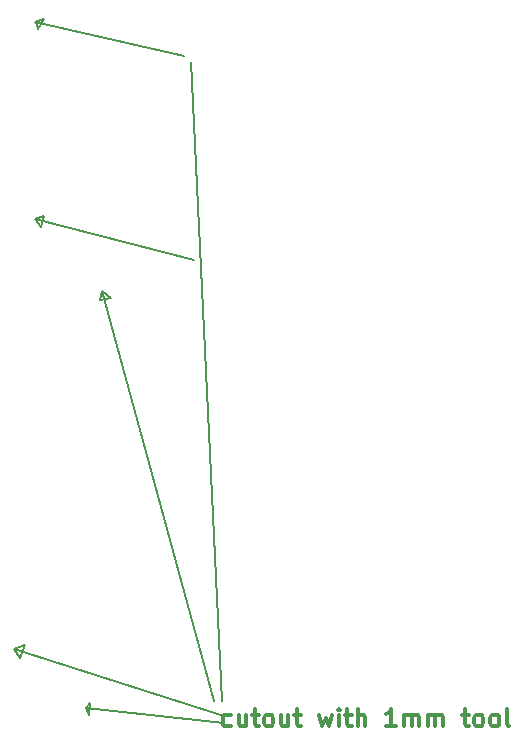
<source format=gbr>
%TF.GenerationSoftware,KiCad,Pcbnew,8.0.3*%
%TF.CreationDate,2024-07-16T15:40:11-03:00*%
%TF.ProjectId,IPS2,49505332-2e6b-4696-9361-645f70636258,rev?*%
%TF.SameCoordinates,Original*%
%TF.FileFunction,Other,Comment*%
%FSLAX46Y46*%
G04 Gerber Fmt 4.6, Leading zero omitted, Abs format (unit mm)*
G04 Created by KiCad (PCBNEW 8.0.3) date 2024-07-16 15:40:11*
%MOMM*%
%LPD*%
G01*
G04 APERTURE LIST*
%ADD10C,0.200000*%
%ADD11C,0.300000*%
G04 APERTURE END LIST*
D10*
X19400000Y-93000000D02*
X19800000Y-92600000D01*
X15100000Y-34900000D02*
X15900000Y-34700000D01*
X31100000Y-93700000D02*
X13300000Y-88000000D01*
X13300000Y-88000000D02*
X14300000Y-87700000D01*
X13800000Y-88800000D02*
X13300000Y-88000000D01*
X27700000Y-37800000D02*
X15100000Y-34900000D01*
X15900000Y-34700000D02*
X15400000Y-35500000D01*
X21500000Y-58300000D02*
X20600000Y-58500000D01*
X19400000Y-93000000D02*
X31100000Y-94300000D01*
X20600000Y-58500000D02*
X20800000Y-57700000D01*
X30300000Y-92400000D02*
X20800000Y-57700000D01*
X19700000Y-93600000D02*
X19400000Y-93000000D01*
X30900000Y-92400000D02*
X28320000Y-38340000D01*
X19800000Y-92600000D02*
X19700000Y-93600000D01*
X15900000Y-51400000D02*
X15600000Y-52300000D01*
X28600000Y-55100000D02*
X15100000Y-51600000D01*
X20800000Y-57700000D02*
X21500000Y-58300000D01*
X14300000Y-87700000D02*
X13800000Y-88800000D01*
X15600000Y-52300000D02*
X15100000Y-51600000D01*
X15400000Y-35500000D02*
X15200000Y-34900000D01*
X15100000Y-51600000D02*
X15900000Y-51400000D01*
D11*
X31707143Y-94506900D02*
X31564285Y-94578328D01*
X31564285Y-94578328D02*
X31278571Y-94578328D01*
X31278571Y-94578328D02*
X31135714Y-94506900D01*
X31135714Y-94506900D02*
X31064285Y-94435471D01*
X31064285Y-94435471D02*
X30992857Y-94292614D01*
X30992857Y-94292614D02*
X30992857Y-93864042D01*
X30992857Y-93864042D02*
X31064285Y-93721185D01*
X31064285Y-93721185D02*
X31135714Y-93649757D01*
X31135714Y-93649757D02*
X31278571Y-93578328D01*
X31278571Y-93578328D02*
X31564285Y-93578328D01*
X31564285Y-93578328D02*
X31707143Y-93649757D01*
X32992857Y-93578328D02*
X32992857Y-94578328D01*
X32349999Y-93578328D02*
X32349999Y-94364042D01*
X32349999Y-94364042D02*
X32421428Y-94506900D01*
X32421428Y-94506900D02*
X32564285Y-94578328D01*
X32564285Y-94578328D02*
X32778571Y-94578328D01*
X32778571Y-94578328D02*
X32921428Y-94506900D01*
X32921428Y-94506900D02*
X32992857Y-94435471D01*
X33492857Y-93578328D02*
X34064285Y-93578328D01*
X33707142Y-93078328D02*
X33707142Y-94364042D01*
X33707142Y-94364042D02*
X33778571Y-94506900D01*
X33778571Y-94506900D02*
X33921428Y-94578328D01*
X33921428Y-94578328D02*
X34064285Y-94578328D01*
X34778571Y-94578328D02*
X34635714Y-94506900D01*
X34635714Y-94506900D02*
X34564285Y-94435471D01*
X34564285Y-94435471D02*
X34492857Y-94292614D01*
X34492857Y-94292614D02*
X34492857Y-93864042D01*
X34492857Y-93864042D02*
X34564285Y-93721185D01*
X34564285Y-93721185D02*
X34635714Y-93649757D01*
X34635714Y-93649757D02*
X34778571Y-93578328D01*
X34778571Y-93578328D02*
X34992857Y-93578328D01*
X34992857Y-93578328D02*
X35135714Y-93649757D01*
X35135714Y-93649757D02*
X35207143Y-93721185D01*
X35207143Y-93721185D02*
X35278571Y-93864042D01*
X35278571Y-93864042D02*
X35278571Y-94292614D01*
X35278571Y-94292614D02*
X35207143Y-94435471D01*
X35207143Y-94435471D02*
X35135714Y-94506900D01*
X35135714Y-94506900D02*
X34992857Y-94578328D01*
X34992857Y-94578328D02*
X34778571Y-94578328D01*
X36564286Y-93578328D02*
X36564286Y-94578328D01*
X35921428Y-93578328D02*
X35921428Y-94364042D01*
X35921428Y-94364042D02*
X35992857Y-94506900D01*
X35992857Y-94506900D02*
X36135714Y-94578328D01*
X36135714Y-94578328D02*
X36350000Y-94578328D01*
X36350000Y-94578328D02*
X36492857Y-94506900D01*
X36492857Y-94506900D02*
X36564286Y-94435471D01*
X37064286Y-93578328D02*
X37635714Y-93578328D01*
X37278571Y-93078328D02*
X37278571Y-94364042D01*
X37278571Y-94364042D02*
X37350000Y-94506900D01*
X37350000Y-94506900D02*
X37492857Y-94578328D01*
X37492857Y-94578328D02*
X37635714Y-94578328D01*
X39135714Y-93578328D02*
X39421429Y-94578328D01*
X39421429Y-94578328D02*
X39707143Y-93864042D01*
X39707143Y-93864042D02*
X39992857Y-94578328D01*
X39992857Y-94578328D02*
X40278571Y-93578328D01*
X40850000Y-94578328D02*
X40850000Y-93578328D01*
X40850000Y-93078328D02*
X40778572Y-93149757D01*
X40778572Y-93149757D02*
X40850000Y-93221185D01*
X40850000Y-93221185D02*
X40921429Y-93149757D01*
X40921429Y-93149757D02*
X40850000Y-93078328D01*
X40850000Y-93078328D02*
X40850000Y-93221185D01*
X41350001Y-93578328D02*
X41921429Y-93578328D01*
X41564286Y-93078328D02*
X41564286Y-94364042D01*
X41564286Y-94364042D02*
X41635715Y-94506900D01*
X41635715Y-94506900D02*
X41778572Y-94578328D01*
X41778572Y-94578328D02*
X41921429Y-94578328D01*
X42421429Y-94578328D02*
X42421429Y-93078328D01*
X43064287Y-94578328D02*
X43064287Y-93792614D01*
X43064287Y-93792614D02*
X42992858Y-93649757D01*
X42992858Y-93649757D02*
X42850001Y-93578328D01*
X42850001Y-93578328D02*
X42635715Y-93578328D01*
X42635715Y-93578328D02*
X42492858Y-93649757D01*
X42492858Y-93649757D02*
X42421429Y-93721185D01*
X45707144Y-94578328D02*
X44850001Y-94578328D01*
X45278572Y-94578328D02*
X45278572Y-93078328D01*
X45278572Y-93078328D02*
X45135715Y-93292614D01*
X45135715Y-93292614D02*
X44992858Y-93435471D01*
X44992858Y-93435471D02*
X44850001Y-93506900D01*
X46350000Y-94578328D02*
X46350000Y-93578328D01*
X46350000Y-93721185D02*
X46421429Y-93649757D01*
X46421429Y-93649757D02*
X46564286Y-93578328D01*
X46564286Y-93578328D02*
X46778572Y-93578328D01*
X46778572Y-93578328D02*
X46921429Y-93649757D01*
X46921429Y-93649757D02*
X46992858Y-93792614D01*
X46992858Y-93792614D02*
X46992858Y-94578328D01*
X46992858Y-93792614D02*
X47064286Y-93649757D01*
X47064286Y-93649757D02*
X47207143Y-93578328D01*
X47207143Y-93578328D02*
X47421429Y-93578328D01*
X47421429Y-93578328D02*
X47564286Y-93649757D01*
X47564286Y-93649757D02*
X47635715Y-93792614D01*
X47635715Y-93792614D02*
X47635715Y-94578328D01*
X48350000Y-94578328D02*
X48350000Y-93578328D01*
X48350000Y-93721185D02*
X48421429Y-93649757D01*
X48421429Y-93649757D02*
X48564286Y-93578328D01*
X48564286Y-93578328D02*
X48778572Y-93578328D01*
X48778572Y-93578328D02*
X48921429Y-93649757D01*
X48921429Y-93649757D02*
X48992858Y-93792614D01*
X48992858Y-93792614D02*
X48992858Y-94578328D01*
X48992858Y-93792614D02*
X49064286Y-93649757D01*
X49064286Y-93649757D02*
X49207143Y-93578328D01*
X49207143Y-93578328D02*
X49421429Y-93578328D01*
X49421429Y-93578328D02*
X49564286Y-93649757D01*
X49564286Y-93649757D02*
X49635715Y-93792614D01*
X49635715Y-93792614D02*
X49635715Y-94578328D01*
X51278572Y-93578328D02*
X51850000Y-93578328D01*
X51492857Y-93078328D02*
X51492857Y-94364042D01*
X51492857Y-94364042D02*
X51564286Y-94506900D01*
X51564286Y-94506900D02*
X51707143Y-94578328D01*
X51707143Y-94578328D02*
X51850000Y-94578328D01*
X52564286Y-94578328D02*
X52421429Y-94506900D01*
X52421429Y-94506900D02*
X52350000Y-94435471D01*
X52350000Y-94435471D02*
X52278572Y-94292614D01*
X52278572Y-94292614D02*
X52278572Y-93864042D01*
X52278572Y-93864042D02*
X52350000Y-93721185D01*
X52350000Y-93721185D02*
X52421429Y-93649757D01*
X52421429Y-93649757D02*
X52564286Y-93578328D01*
X52564286Y-93578328D02*
X52778572Y-93578328D01*
X52778572Y-93578328D02*
X52921429Y-93649757D01*
X52921429Y-93649757D02*
X52992858Y-93721185D01*
X52992858Y-93721185D02*
X53064286Y-93864042D01*
X53064286Y-93864042D02*
X53064286Y-94292614D01*
X53064286Y-94292614D02*
X52992858Y-94435471D01*
X52992858Y-94435471D02*
X52921429Y-94506900D01*
X52921429Y-94506900D02*
X52778572Y-94578328D01*
X52778572Y-94578328D02*
X52564286Y-94578328D01*
X53921429Y-94578328D02*
X53778572Y-94506900D01*
X53778572Y-94506900D02*
X53707143Y-94435471D01*
X53707143Y-94435471D02*
X53635715Y-94292614D01*
X53635715Y-94292614D02*
X53635715Y-93864042D01*
X53635715Y-93864042D02*
X53707143Y-93721185D01*
X53707143Y-93721185D02*
X53778572Y-93649757D01*
X53778572Y-93649757D02*
X53921429Y-93578328D01*
X53921429Y-93578328D02*
X54135715Y-93578328D01*
X54135715Y-93578328D02*
X54278572Y-93649757D01*
X54278572Y-93649757D02*
X54350001Y-93721185D01*
X54350001Y-93721185D02*
X54421429Y-93864042D01*
X54421429Y-93864042D02*
X54421429Y-94292614D01*
X54421429Y-94292614D02*
X54350001Y-94435471D01*
X54350001Y-94435471D02*
X54278572Y-94506900D01*
X54278572Y-94506900D02*
X54135715Y-94578328D01*
X54135715Y-94578328D02*
X53921429Y-94578328D01*
X55278572Y-94578328D02*
X55135715Y-94506900D01*
X55135715Y-94506900D02*
X55064286Y-94364042D01*
X55064286Y-94364042D02*
X55064286Y-93078328D01*
M02*

</source>
